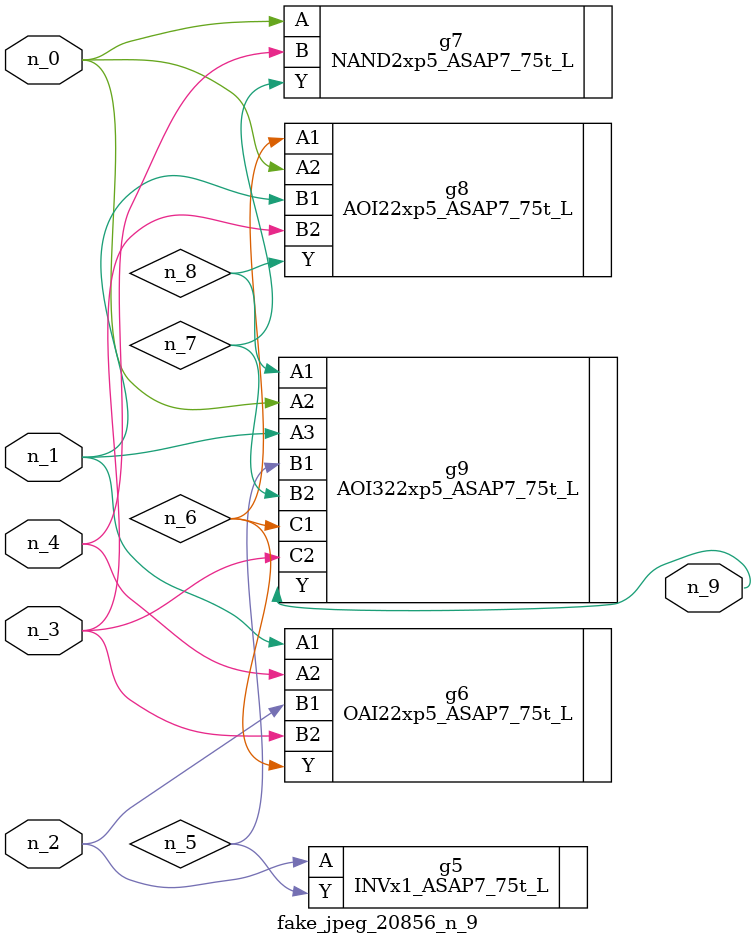
<source format=v>
module fake_jpeg_20856_n_9 (n_3, n_2, n_1, n_0, n_4, n_9);

input n_3;
input n_2;
input n_1;
input n_0;
input n_4;

output n_9;

wire n_8;
wire n_6;
wire n_5;
wire n_7;

INVx1_ASAP7_75t_L g5 ( 
.A(n_2),
.Y(n_5)
);

OAI22xp5_ASAP7_75t_L g6 ( 
.A1(n_1),
.A2(n_4),
.B1(n_2),
.B2(n_3),
.Y(n_6)
);

NAND2xp5_ASAP7_75t_L g7 ( 
.A(n_0),
.B(n_4),
.Y(n_7)
);

AOI22xp5_ASAP7_75t_L g8 ( 
.A1(n_6),
.A2(n_0),
.B1(n_1),
.B2(n_3),
.Y(n_8)
);

AOI322xp5_ASAP7_75t_L g9 ( 
.A1(n_8),
.A2(n_0),
.A3(n_1),
.B1(n_5),
.B2(n_7),
.C1(n_6),
.C2(n_3),
.Y(n_9)
);


endmodule
</source>
